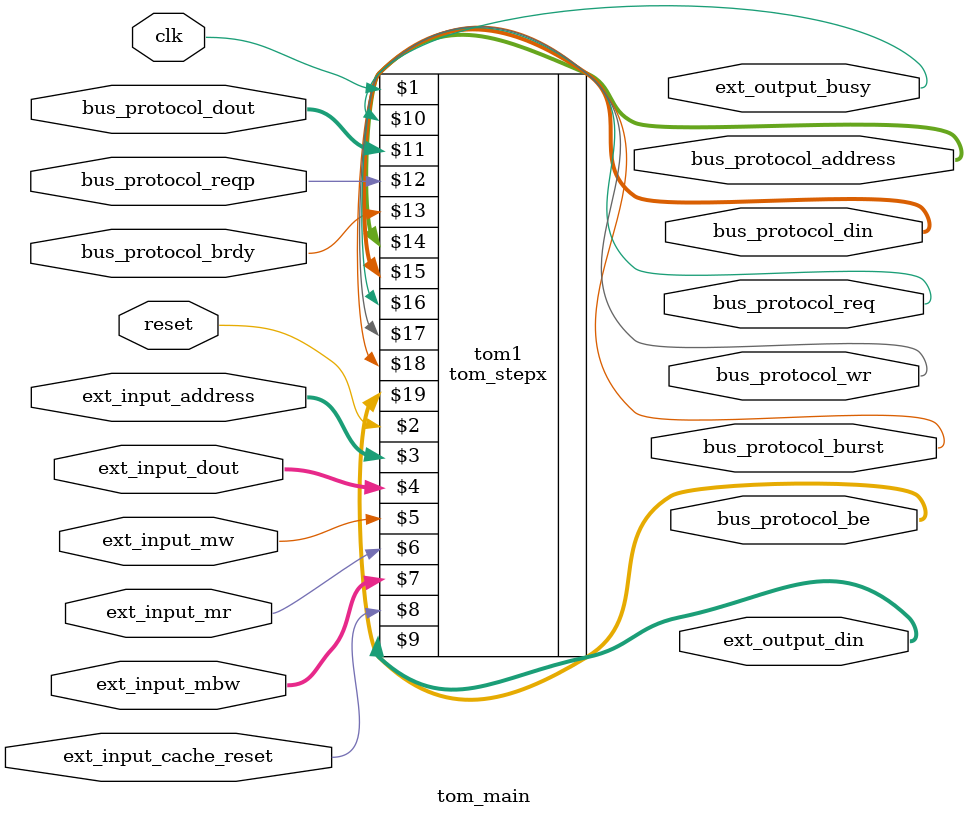
<source format=v>
module tom_main(
		clk,
		reset,
		bus_protocol_address,
		bus_protocol_din,
		bus_protocol_req,
		bus_protocol_wr,
		bus_protocol_burst,
		bus_protocol_be,
		bus_protocol_dout,
		bus_protocol_reqp,
		bus_protocol_brdy,
		ext_input_address,
		ext_input_dout,
		ext_input_mw,
		ext_input_mr,
		ext_input_mbw,
		ext_input_cache_reset,
		ext_output_din,
		ext_output_busy);
   
   input         clk;
   input 	 reset;
   output [28:0] bus_protocol_address;  
   output [63:0] bus_protocol_din;  
   output 	 bus_protocol_req;   
   output 	 bus_protocol_wr;   
   output 	 bus_protocol_burst;   
   output [7:0]  bus_protocol_be;   
   input [63:0]  bus_protocol_dout;   
   input 	 bus_protocol_reqp;   
   input 	 bus_protocol_brdy;
   input [28:0]  ext_input_address;   
   input [63:0]  ext_input_dout;   
   input 	 ext_input_mw;   
   input 	 ext_input_mr;   
   input [7:0] 	 ext_input_mbw;   
   input 	 ext_input_cache_reset;   
   output [63:0] ext_output_din;
   output 	 ext_output_busy;

   
   
   tom_stepx tom1(clk,
		  reset,

		  ext_input_address,
		  ext_input_dout,
		  ext_input_mw,
		  ext_input_mr,
		  ext_input_mbw,
		  ext_input_cache_reset,
		  ext_output_din,
		  ext_output_busy,

		  bus_protocol_dout,
		  bus_protocol_reqp,
		  bus_protocol_brdy,
		  bus_protocol_address,
		  bus_protocol_din,
		  bus_protocol_req,
		  bus_protocol_wr,
		  bus_protocol_burst,
		  bus_protocol_be
		  );
  
endmodule
</source>
